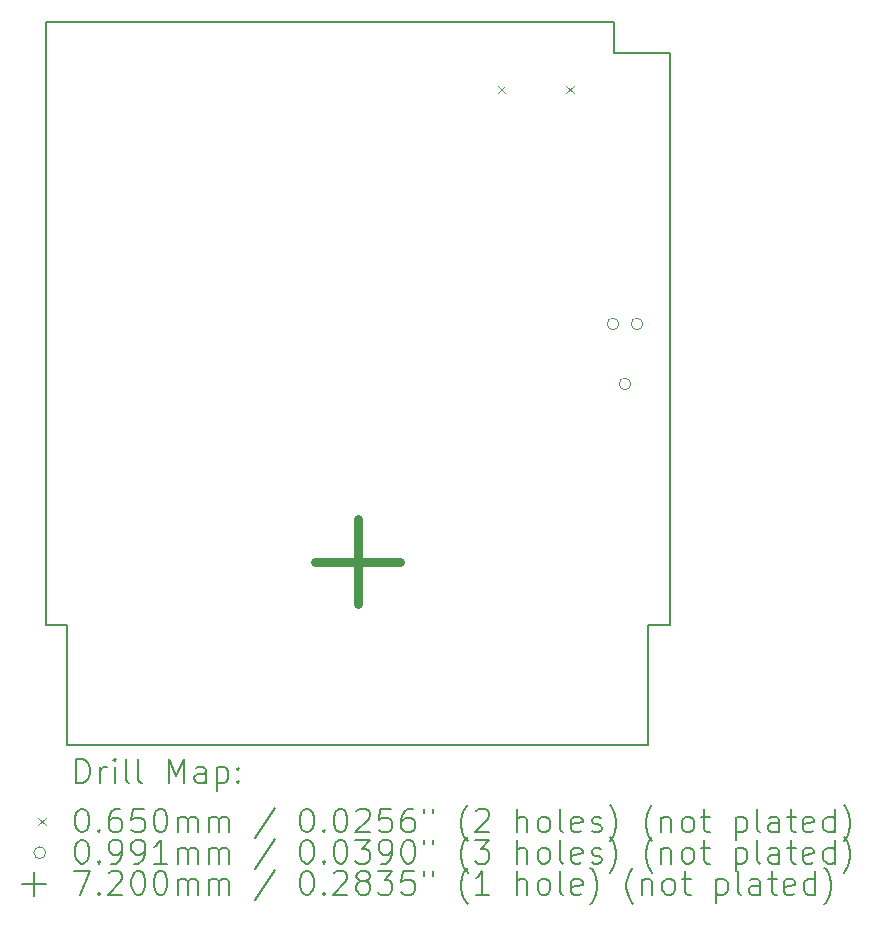
<source format=gbr>
%TF.GenerationSoftware,KiCad,Pcbnew,9.0.3*%
%TF.CreationDate,2025-07-16T19:29:39+02:00*%
%TF.ProjectId,GameboyCartridgeV2.1,47616d65-626f-4794-9361-727472696467,rev?*%
%TF.SameCoordinates,Original*%
%TF.FileFunction,Drillmap*%
%TF.FilePolarity,Positive*%
%FSLAX45Y45*%
G04 Gerber Fmt 4.5, Leading zero omitted, Abs format (unit mm)*
G04 Created by KiCad (PCBNEW 9.0.3) date 2025-07-16 19:29:39*
%MOMM*%
%LPD*%
G01*
G04 APERTURE LIST*
%ADD10C,0.150000*%
%ADD11C,0.200000*%
%ADD12C,0.100000*%
%ADD13C,0.720000*%
G04 APERTURE END LIST*
D10*
X11338304Y-11341628D02*
X11338304Y-6242596D01*
X16435304Y-12361628D02*
X16435304Y-11341628D01*
X11515304Y-12361628D02*
X16435304Y-12361628D01*
X11338304Y-6242596D02*
X16145304Y-6242596D01*
X16618304Y-6502596D02*
X16145304Y-6502596D01*
X16435304Y-11341628D02*
X16618304Y-11341628D01*
X16618304Y-11341628D02*
X16618304Y-6502596D01*
X16145304Y-6242596D02*
X16145304Y-6502596D01*
X11515304Y-11341628D02*
X11338304Y-11341628D01*
X11515304Y-12361628D02*
X11515304Y-11341628D01*
D11*
D12*
X15158500Y-6779000D02*
X15223500Y-6844000D01*
X15223500Y-6779000D02*
X15158500Y-6844000D01*
X15736500Y-6779000D02*
X15801500Y-6844000D01*
X15801500Y-6779000D02*
X15736500Y-6844000D01*
X16184430Y-8796000D02*
G75*
G02*
X16085370Y-8796000I-49530J0D01*
G01*
X16085370Y-8796000D02*
G75*
G02*
X16184430Y-8796000I49530J0D01*
G01*
X16286030Y-9304000D02*
G75*
G02*
X16186970Y-9304000I-49530J0D01*
G01*
X16186970Y-9304000D02*
G75*
G02*
X16286030Y-9304000I49530J0D01*
G01*
X16387630Y-8796000D02*
G75*
G02*
X16288570Y-8796000I-49530J0D01*
G01*
X16288570Y-8796000D02*
G75*
G02*
X16387630Y-8796000I49530J0D01*
G01*
D13*
X13975304Y-10447596D02*
X13975304Y-11167596D01*
X13615304Y-10807596D02*
X14335304Y-10807596D01*
D11*
X11591581Y-12680612D02*
X11591581Y-12480612D01*
X11591581Y-12480612D02*
X11639200Y-12480612D01*
X11639200Y-12480612D02*
X11667771Y-12490136D01*
X11667771Y-12490136D02*
X11686819Y-12509184D01*
X11686819Y-12509184D02*
X11696342Y-12528231D01*
X11696342Y-12528231D02*
X11705866Y-12566326D01*
X11705866Y-12566326D02*
X11705866Y-12594898D01*
X11705866Y-12594898D02*
X11696342Y-12632993D01*
X11696342Y-12632993D02*
X11686819Y-12652041D01*
X11686819Y-12652041D02*
X11667771Y-12671088D01*
X11667771Y-12671088D02*
X11639200Y-12680612D01*
X11639200Y-12680612D02*
X11591581Y-12680612D01*
X11791581Y-12680612D02*
X11791581Y-12547279D01*
X11791581Y-12585374D02*
X11801104Y-12566326D01*
X11801104Y-12566326D02*
X11810628Y-12556803D01*
X11810628Y-12556803D02*
X11829676Y-12547279D01*
X11829676Y-12547279D02*
X11848723Y-12547279D01*
X11915390Y-12680612D02*
X11915390Y-12547279D01*
X11915390Y-12480612D02*
X11905866Y-12490136D01*
X11905866Y-12490136D02*
X11915390Y-12499660D01*
X11915390Y-12499660D02*
X11924914Y-12490136D01*
X11924914Y-12490136D02*
X11915390Y-12480612D01*
X11915390Y-12480612D02*
X11915390Y-12499660D01*
X12039200Y-12680612D02*
X12020152Y-12671088D01*
X12020152Y-12671088D02*
X12010628Y-12652041D01*
X12010628Y-12652041D02*
X12010628Y-12480612D01*
X12143961Y-12680612D02*
X12124914Y-12671088D01*
X12124914Y-12671088D02*
X12115390Y-12652041D01*
X12115390Y-12652041D02*
X12115390Y-12480612D01*
X12372533Y-12680612D02*
X12372533Y-12480612D01*
X12372533Y-12480612D02*
X12439200Y-12623469D01*
X12439200Y-12623469D02*
X12505866Y-12480612D01*
X12505866Y-12480612D02*
X12505866Y-12680612D01*
X12686819Y-12680612D02*
X12686819Y-12575850D01*
X12686819Y-12575850D02*
X12677295Y-12556803D01*
X12677295Y-12556803D02*
X12658247Y-12547279D01*
X12658247Y-12547279D02*
X12620152Y-12547279D01*
X12620152Y-12547279D02*
X12601104Y-12556803D01*
X12686819Y-12671088D02*
X12667771Y-12680612D01*
X12667771Y-12680612D02*
X12620152Y-12680612D01*
X12620152Y-12680612D02*
X12601104Y-12671088D01*
X12601104Y-12671088D02*
X12591581Y-12652041D01*
X12591581Y-12652041D02*
X12591581Y-12632993D01*
X12591581Y-12632993D02*
X12601104Y-12613946D01*
X12601104Y-12613946D02*
X12620152Y-12604422D01*
X12620152Y-12604422D02*
X12667771Y-12604422D01*
X12667771Y-12604422D02*
X12686819Y-12594898D01*
X12782057Y-12547279D02*
X12782057Y-12747279D01*
X12782057Y-12556803D02*
X12801104Y-12547279D01*
X12801104Y-12547279D02*
X12839200Y-12547279D01*
X12839200Y-12547279D02*
X12858247Y-12556803D01*
X12858247Y-12556803D02*
X12867771Y-12566326D01*
X12867771Y-12566326D02*
X12877295Y-12585374D01*
X12877295Y-12585374D02*
X12877295Y-12642517D01*
X12877295Y-12642517D02*
X12867771Y-12661565D01*
X12867771Y-12661565D02*
X12858247Y-12671088D01*
X12858247Y-12671088D02*
X12839200Y-12680612D01*
X12839200Y-12680612D02*
X12801104Y-12680612D01*
X12801104Y-12680612D02*
X12782057Y-12671088D01*
X12963009Y-12661565D02*
X12972533Y-12671088D01*
X12972533Y-12671088D02*
X12963009Y-12680612D01*
X12963009Y-12680612D02*
X12953485Y-12671088D01*
X12953485Y-12671088D02*
X12963009Y-12661565D01*
X12963009Y-12661565D02*
X12963009Y-12680612D01*
X12963009Y-12556803D02*
X12972533Y-12566326D01*
X12972533Y-12566326D02*
X12963009Y-12575850D01*
X12963009Y-12575850D02*
X12953485Y-12566326D01*
X12953485Y-12566326D02*
X12963009Y-12556803D01*
X12963009Y-12556803D02*
X12963009Y-12575850D01*
D12*
X11265804Y-12976628D02*
X11330804Y-13041628D01*
X11330804Y-12976628D02*
X11265804Y-13041628D01*
D11*
X11629676Y-12900612D02*
X11648723Y-12900612D01*
X11648723Y-12900612D02*
X11667771Y-12910136D01*
X11667771Y-12910136D02*
X11677295Y-12919660D01*
X11677295Y-12919660D02*
X11686819Y-12938707D01*
X11686819Y-12938707D02*
X11696342Y-12976803D01*
X11696342Y-12976803D02*
X11696342Y-13024422D01*
X11696342Y-13024422D02*
X11686819Y-13062517D01*
X11686819Y-13062517D02*
X11677295Y-13081565D01*
X11677295Y-13081565D02*
X11667771Y-13091088D01*
X11667771Y-13091088D02*
X11648723Y-13100612D01*
X11648723Y-13100612D02*
X11629676Y-13100612D01*
X11629676Y-13100612D02*
X11610628Y-13091088D01*
X11610628Y-13091088D02*
X11601104Y-13081565D01*
X11601104Y-13081565D02*
X11591581Y-13062517D01*
X11591581Y-13062517D02*
X11582057Y-13024422D01*
X11582057Y-13024422D02*
X11582057Y-12976803D01*
X11582057Y-12976803D02*
X11591581Y-12938707D01*
X11591581Y-12938707D02*
X11601104Y-12919660D01*
X11601104Y-12919660D02*
X11610628Y-12910136D01*
X11610628Y-12910136D02*
X11629676Y-12900612D01*
X11782057Y-13081565D02*
X11791581Y-13091088D01*
X11791581Y-13091088D02*
X11782057Y-13100612D01*
X11782057Y-13100612D02*
X11772533Y-13091088D01*
X11772533Y-13091088D02*
X11782057Y-13081565D01*
X11782057Y-13081565D02*
X11782057Y-13100612D01*
X11963009Y-12900612D02*
X11924914Y-12900612D01*
X11924914Y-12900612D02*
X11905866Y-12910136D01*
X11905866Y-12910136D02*
X11896342Y-12919660D01*
X11896342Y-12919660D02*
X11877295Y-12948231D01*
X11877295Y-12948231D02*
X11867771Y-12986326D01*
X11867771Y-12986326D02*
X11867771Y-13062517D01*
X11867771Y-13062517D02*
X11877295Y-13081565D01*
X11877295Y-13081565D02*
X11886819Y-13091088D01*
X11886819Y-13091088D02*
X11905866Y-13100612D01*
X11905866Y-13100612D02*
X11943962Y-13100612D01*
X11943962Y-13100612D02*
X11963009Y-13091088D01*
X11963009Y-13091088D02*
X11972533Y-13081565D01*
X11972533Y-13081565D02*
X11982057Y-13062517D01*
X11982057Y-13062517D02*
X11982057Y-13014898D01*
X11982057Y-13014898D02*
X11972533Y-12995850D01*
X11972533Y-12995850D02*
X11963009Y-12986326D01*
X11963009Y-12986326D02*
X11943962Y-12976803D01*
X11943962Y-12976803D02*
X11905866Y-12976803D01*
X11905866Y-12976803D02*
X11886819Y-12986326D01*
X11886819Y-12986326D02*
X11877295Y-12995850D01*
X11877295Y-12995850D02*
X11867771Y-13014898D01*
X12163009Y-12900612D02*
X12067771Y-12900612D01*
X12067771Y-12900612D02*
X12058247Y-12995850D01*
X12058247Y-12995850D02*
X12067771Y-12986326D01*
X12067771Y-12986326D02*
X12086819Y-12976803D01*
X12086819Y-12976803D02*
X12134438Y-12976803D01*
X12134438Y-12976803D02*
X12153485Y-12986326D01*
X12153485Y-12986326D02*
X12163009Y-12995850D01*
X12163009Y-12995850D02*
X12172533Y-13014898D01*
X12172533Y-13014898D02*
X12172533Y-13062517D01*
X12172533Y-13062517D02*
X12163009Y-13081565D01*
X12163009Y-13081565D02*
X12153485Y-13091088D01*
X12153485Y-13091088D02*
X12134438Y-13100612D01*
X12134438Y-13100612D02*
X12086819Y-13100612D01*
X12086819Y-13100612D02*
X12067771Y-13091088D01*
X12067771Y-13091088D02*
X12058247Y-13081565D01*
X12296342Y-12900612D02*
X12315390Y-12900612D01*
X12315390Y-12900612D02*
X12334438Y-12910136D01*
X12334438Y-12910136D02*
X12343962Y-12919660D01*
X12343962Y-12919660D02*
X12353485Y-12938707D01*
X12353485Y-12938707D02*
X12363009Y-12976803D01*
X12363009Y-12976803D02*
X12363009Y-13024422D01*
X12363009Y-13024422D02*
X12353485Y-13062517D01*
X12353485Y-13062517D02*
X12343962Y-13081565D01*
X12343962Y-13081565D02*
X12334438Y-13091088D01*
X12334438Y-13091088D02*
X12315390Y-13100612D01*
X12315390Y-13100612D02*
X12296342Y-13100612D01*
X12296342Y-13100612D02*
X12277295Y-13091088D01*
X12277295Y-13091088D02*
X12267771Y-13081565D01*
X12267771Y-13081565D02*
X12258247Y-13062517D01*
X12258247Y-13062517D02*
X12248723Y-13024422D01*
X12248723Y-13024422D02*
X12248723Y-12976803D01*
X12248723Y-12976803D02*
X12258247Y-12938707D01*
X12258247Y-12938707D02*
X12267771Y-12919660D01*
X12267771Y-12919660D02*
X12277295Y-12910136D01*
X12277295Y-12910136D02*
X12296342Y-12900612D01*
X12448723Y-13100612D02*
X12448723Y-12967279D01*
X12448723Y-12986326D02*
X12458247Y-12976803D01*
X12458247Y-12976803D02*
X12477295Y-12967279D01*
X12477295Y-12967279D02*
X12505866Y-12967279D01*
X12505866Y-12967279D02*
X12524914Y-12976803D01*
X12524914Y-12976803D02*
X12534438Y-12995850D01*
X12534438Y-12995850D02*
X12534438Y-13100612D01*
X12534438Y-12995850D02*
X12543962Y-12976803D01*
X12543962Y-12976803D02*
X12563009Y-12967279D01*
X12563009Y-12967279D02*
X12591581Y-12967279D01*
X12591581Y-12967279D02*
X12610628Y-12976803D01*
X12610628Y-12976803D02*
X12620152Y-12995850D01*
X12620152Y-12995850D02*
X12620152Y-13100612D01*
X12715390Y-13100612D02*
X12715390Y-12967279D01*
X12715390Y-12986326D02*
X12724914Y-12976803D01*
X12724914Y-12976803D02*
X12743962Y-12967279D01*
X12743962Y-12967279D02*
X12772533Y-12967279D01*
X12772533Y-12967279D02*
X12791581Y-12976803D01*
X12791581Y-12976803D02*
X12801104Y-12995850D01*
X12801104Y-12995850D02*
X12801104Y-13100612D01*
X12801104Y-12995850D02*
X12810628Y-12976803D01*
X12810628Y-12976803D02*
X12829676Y-12967279D01*
X12829676Y-12967279D02*
X12858247Y-12967279D01*
X12858247Y-12967279D02*
X12877295Y-12976803D01*
X12877295Y-12976803D02*
X12886819Y-12995850D01*
X12886819Y-12995850D02*
X12886819Y-13100612D01*
X13277295Y-12891088D02*
X13105866Y-13148231D01*
X13534438Y-12900612D02*
X13553486Y-12900612D01*
X13553486Y-12900612D02*
X13572533Y-12910136D01*
X13572533Y-12910136D02*
X13582057Y-12919660D01*
X13582057Y-12919660D02*
X13591581Y-12938707D01*
X13591581Y-12938707D02*
X13601105Y-12976803D01*
X13601105Y-12976803D02*
X13601105Y-13024422D01*
X13601105Y-13024422D02*
X13591581Y-13062517D01*
X13591581Y-13062517D02*
X13582057Y-13081565D01*
X13582057Y-13081565D02*
X13572533Y-13091088D01*
X13572533Y-13091088D02*
X13553486Y-13100612D01*
X13553486Y-13100612D02*
X13534438Y-13100612D01*
X13534438Y-13100612D02*
X13515390Y-13091088D01*
X13515390Y-13091088D02*
X13505866Y-13081565D01*
X13505866Y-13081565D02*
X13496343Y-13062517D01*
X13496343Y-13062517D02*
X13486819Y-13024422D01*
X13486819Y-13024422D02*
X13486819Y-12976803D01*
X13486819Y-12976803D02*
X13496343Y-12938707D01*
X13496343Y-12938707D02*
X13505866Y-12919660D01*
X13505866Y-12919660D02*
X13515390Y-12910136D01*
X13515390Y-12910136D02*
X13534438Y-12900612D01*
X13686819Y-13081565D02*
X13696343Y-13091088D01*
X13696343Y-13091088D02*
X13686819Y-13100612D01*
X13686819Y-13100612D02*
X13677295Y-13091088D01*
X13677295Y-13091088D02*
X13686819Y-13081565D01*
X13686819Y-13081565D02*
X13686819Y-13100612D01*
X13820152Y-12900612D02*
X13839200Y-12900612D01*
X13839200Y-12900612D02*
X13858247Y-12910136D01*
X13858247Y-12910136D02*
X13867771Y-12919660D01*
X13867771Y-12919660D02*
X13877295Y-12938707D01*
X13877295Y-12938707D02*
X13886819Y-12976803D01*
X13886819Y-12976803D02*
X13886819Y-13024422D01*
X13886819Y-13024422D02*
X13877295Y-13062517D01*
X13877295Y-13062517D02*
X13867771Y-13081565D01*
X13867771Y-13081565D02*
X13858247Y-13091088D01*
X13858247Y-13091088D02*
X13839200Y-13100612D01*
X13839200Y-13100612D02*
X13820152Y-13100612D01*
X13820152Y-13100612D02*
X13801105Y-13091088D01*
X13801105Y-13091088D02*
X13791581Y-13081565D01*
X13791581Y-13081565D02*
X13782057Y-13062517D01*
X13782057Y-13062517D02*
X13772533Y-13024422D01*
X13772533Y-13024422D02*
X13772533Y-12976803D01*
X13772533Y-12976803D02*
X13782057Y-12938707D01*
X13782057Y-12938707D02*
X13791581Y-12919660D01*
X13791581Y-12919660D02*
X13801105Y-12910136D01*
X13801105Y-12910136D02*
X13820152Y-12900612D01*
X13963009Y-12919660D02*
X13972533Y-12910136D01*
X13972533Y-12910136D02*
X13991581Y-12900612D01*
X13991581Y-12900612D02*
X14039200Y-12900612D01*
X14039200Y-12900612D02*
X14058247Y-12910136D01*
X14058247Y-12910136D02*
X14067771Y-12919660D01*
X14067771Y-12919660D02*
X14077295Y-12938707D01*
X14077295Y-12938707D02*
X14077295Y-12957755D01*
X14077295Y-12957755D02*
X14067771Y-12986326D01*
X14067771Y-12986326D02*
X13953486Y-13100612D01*
X13953486Y-13100612D02*
X14077295Y-13100612D01*
X14258247Y-12900612D02*
X14163009Y-12900612D01*
X14163009Y-12900612D02*
X14153486Y-12995850D01*
X14153486Y-12995850D02*
X14163009Y-12986326D01*
X14163009Y-12986326D02*
X14182057Y-12976803D01*
X14182057Y-12976803D02*
X14229676Y-12976803D01*
X14229676Y-12976803D02*
X14248724Y-12986326D01*
X14248724Y-12986326D02*
X14258247Y-12995850D01*
X14258247Y-12995850D02*
X14267771Y-13014898D01*
X14267771Y-13014898D02*
X14267771Y-13062517D01*
X14267771Y-13062517D02*
X14258247Y-13081565D01*
X14258247Y-13081565D02*
X14248724Y-13091088D01*
X14248724Y-13091088D02*
X14229676Y-13100612D01*
X14229676Y-13100612D02*
X14182057Y-13100612D01*
X14182057Y-13100612D02*
X14163009Y-13091088D01*
X14163009Y-13091088D02*
X14153486Y-13081565D01*
X14439200Y-12900612D02*
X14401105Y-12900612D01*
X14401105Y-12900612D02*
X14382057Y-12910136D01*
X14382057Y-12910136D02*
X14372533Y-12919660D01*
X14372533Y-12919660D02*
X14353486Y-12948231D01*
X14353486Y-12948231D02*
X14343962Y-12986326D01*
X14343962Y-12986326D02*
X14343962Y-13062517D01*
X14343962Y-13062517D02*
X14353486Y-13081565D01*
X14353486Y-13081565D02*
X14363009Y-13091088D01*
X14363009Y-13091088D02*
X14382057Y-13100612D01*
X14382057Y-13100612D02*
X14420152Y-13100612D01*
X14420152Y-13100612D02*
X14439200Y-13091088D01*
X14439200Y-13091088D02*
X14448724Y-13081565D01*
X14448724Y-13081565D02*
X14458247Y-13062517D01*
X14458247Y-13062517D02*
X14458247Y-13014898D01*
X14458247Y-13014898D02*
X14448724Y-12995850D01*
X14448724Y-12995850D02*
X14439200Y-12986326D01*
X14439200Y-12986326D02*
X14420152Y-12976803D01*
X14420152Y-12976803D02*
X14382057Y-12976803D01*
X14382057Y-12976803D02*
X14363009Y-12986326D01*
X14363009Y-12986326D02*
X14353486Y-12995850D01*
X14353486Y-12995850D02*
X14343962Y-13014898D01*
X14534438Y-12900612D02*
X14534438Y-12938707D01*
X14610628Y-12900612D02*
X14610628Y-12938707D01*
X14905867Y-13176803D02*
X14896343Y-13167279D01*
X14896343Y-13167279D02*
X14877295Y-13138707D01*
X14877295Y-13138707D02*
X14867771Y-13119660D01*
X14867771Y-13119660D02*
X14858248Y-13091088D01*
X14858248Y-13091088D02*
X14848724Y-13043469D01*
X14848724Y-13043469D02*
X14848724Y-13005374D01*
X14848724Y-13005374D02*
X14858248Y-12957755D01*
X14858248Y-12957755D02*
X14867771Y-12929184D01*
X14867771Y-12929184D02*
X14877295Y-12910136D01*
X14877295Y-12910136D02*
X14896343Y-12881565D01*
X14896343Y-12881565D02*
X14905867Y-12872041D01*
X14972533Y-12919660D02*
X14982057Y-12910136D01*
X14982057Y-12910136D02*
X15001105Y-12900612D01*
X15001105Y-12900612D02*
X15048724Y-12900612D01*
X15048724Y-12900612D02*
X15067771Y-12910136D01*
X15067771Y-12910136D02*
X15077295Y-12919660D01*
X15077295Y-12919660D02*
X15086819Y-12938707D01*
X15086819Y-12938707D02*
X15086819Y-12957755D01*
X15086819Y-12957755D02*
X15077295Y-12986326D01*
X15077295Y-12986326D02*
X14963009Y-13100612D01*
X14963009Y-13100612D02*
X15086819Y-13100612D01*
X15324914Y-13100612D02*
X15324914Y-12900612D01*
X15410629Y-13100612D02*
X15410629Y-12995850D01*
X15410629Y-12995850D02*
X15401105Y-12976803D01*
X15401105Y-12976803D02*
X15382057Y-12967279D01*
X15382057Y-12967279D02*
X15353486Y-12967279D01*
X15353486Y-12967279D02*
X15334438Y-12976803D01*
X15334438Y-12976803D02*
X15324914Y-12986326D01*
X15534438Y-13100612D02*
X15515390Y-13091088D01*
X15515390Y-13091088D02*
X15505867Y-13081565D01*
X15505867Y-13081565D02*
X15496343Y-13062517D01*
X15496343Y-13062517D02*
X15496343Y-13005374D01*
X15496343Y-13005374D02*
X15505867Y-12986326D01*
X15505867Y-12986326D02*
X15515390Y-12976803D01*
X15515390Y-12976803D02*
X15534438Y-12967279D01*
X15534438Y-12967279D02*
X15563010Y-12967279D01*
X15563010Y-12967279D02*
X15582057Y-12976803D01*
X15582057Y-12976803D02*
X15591581Y-12986326D01*
X15591581Y-12986326D02*
X15601105Y-13005374D01*
X15601105Y-13005374D02*
X15601105Y-13062517D01*
X15601105Y-13062517D02*
X15591581Y-13081565D01*
X15591581Y-13081565D02*
X15582057Y-13091088D01*
X15582057Y-13091088D02*
X15563010Y-13100612D01*
X15563010Y-13100612D02*
X15534438Y-13100612D01*
X15715390Y-13100612D02*
X15696343Y-13091088D01*
X15696343Y-13091088D02*
X15686819Y-13072041D01*
X15686819Y-13072041D02*
X15686819Y-12900612D01*
X15867771Y-13091088D02*
X15848724Y-13100612D01*
X15848724Y-13100612D02*
X15810629Y-13100612D01*
X15810629Y-13100612D02*
X15791581Y-13091088D01*
X15791581Y-13091088D02*
X15782057Y-13072041D01*
X15782057Y-13072041D02*
X15782057Y-12995850D01*
X15782057Y-12995850D02*
X15791581Y-12976803D01*
X15791581Y-12976803D02*
X15810629Y-12967279D01*
X15810629Y-12967279D02*
X15848724Y-12967279D01*
X15848724Y-12967279D02*
X15867771Y-12976803D01*
X15867771Y-12976803D02*
X15877295Y-12995850D01*
X15877295Y-12995850D02*
X15877295Y-13014898D01*
X15877295Y-13014898D02*
X15782057Y-13033946D01*
X15953486Y-13091088D02*
X15972533Y-13100612D01*
X15972533Y-13100612D02*
X16010629Y-13100612D01*
X16010629Y-13100612D02*
X16029676Y-13091088D01*
X16029676Y-13091088D02*
X16039200Y-13072041D01*
X16039200Y-13072041D02*
X16039200Y-13062517D01*
X16039200Y-13062517D02*
X16029676Y-13043469D01*
X16029676Y-13043469D02*
X16010629Y-13033946D01*
X16010629Y-13033946D02*
X15982057Y-13033946D01*
X15982057Y-13033946D02*
X15963010Y-13024422D01*
X15963010Y-13024422D02*
X15953486Y-13005374D01*
X15953486Y-13005374D02*
X15953486Y-12995850D01*
X15953486Y-12995850D02*
X15963010Y-12976803D01*
X15963010Y-12976803D02*
X15982057Y-12967279D01*
X15982057Y-12967279D02*
X16010629Y-12967279D01*
X16010629Y-12967279D02*
X16029676Y-12976803D01*
X16105867Y-13176803D02*
X16115391Y-13167279D01*
X16115391Y-13167279D02*
X16134438Y-13138707D01*
X16134438Y-13138707D02*
X16143962Y-13119660D01*
X16143962Y-13119660D02*
X16153486Y-13091088D01*
X16153486Y-13091088D02*
X16163010Y-13043469D01*
X16163010Y-13043469D02*
X16163010Y-13005374D01*
X16163010Y-13005374D02*
X16153486Y-12957755D01*
X16153486Y-12957755D02*
X16143962Y-12929184D01*
X16143962Y-12929184D02*
X16134438Y-12910136D01*
X16134438Y-12910136D02*
X16115391Y-12881565D01*
X16115391Y-12881565D02*
X16105867Y-12872041D01*
X16467772Y-13176803D02*
X16458248Y-13167279D01*
X16458248Y-13167279D02*
X16439200Y-13138707D01*
X16439200Y-13138707D02*
X16429676Y-13119660D01*
X16429676Y-13119660D02*
X16420152Y-13091088D01*
X16420152Y-13091088D02*
X16410629Y-13043469D01*
X16410629Y-13043469D02*
X16410629Y-13005374D01*
X16410629Y-13005374D02*
X16420152Y-12957755D01*
X16420152Y-12957755D02*
X16429676Y-12929184D01*
X16429676Y-12929184D02*
X16439200Y-12910136D01*
X16439200Y-12910136D02*
X16458248Y-12881565D01*
X16458248Y-12881565D02*
X16467772Y-12872041D01*
X16543962Y-12967279D02*
X16543962Y-13100612D01*
X16543962Y-12986326D02*
X16553486Y-12976803D01*
X16553486Y-12976803D02*
X16572533Y-12967279D01*
X16572533Y-12967279D02*
X16601105Y-12967279D01*
X16601105Y-12967279D02*
X16620152Y-12976803D01*
X16620152Y-12976803D02*
X16629676Y-12995850D01*
X16629676Y-12995850D02*
X16629676Y-13100612D01*
X16753486Y-13100612D02*
X16734438Y-13091088D01*
X16734438Y-13091088D02*
X16724914Y-13081565D01*
X16724914Y-13081565D02*
X16715391Y-13062517D01*
X16715391Y-13062517D02*
X16715391Y-13005374D01*
X16715391Y-13005374D02*
X16724914Y-12986326D01*
X16724914Y-12986326D02*
X16734438Y-12976803D01*
X16734438Y-12976803D02*
X16753486Y-12967279D01*
X16753486Y-12967279D02*
X16782057Y-12967279D01*
X16782057Y-12967279D02*
X16801105Y-12976803D01*
X16801105Y-12976803D02*
X16810629Y-12986326D01*
X16810629Y-12986326D02*
X16820153Y-13005374D01*
X16820153Y-13005374D02*
X16820153Y-13062517D01*
X16820153Y-13062517D02*
X16810629Y-13081565D01*
X16810629Y-13081565D02*
X16801105Y-13091088D01*
X16801105Y-13091088D02*
X16782057Y-13100612D01*
X16782057Y-13100612D02*
X16753486Y-13100612D01*
X16877295Y-12967279D02*
X16953486Y-12967279D01*
X16905867Y-12900612D02*
X16905867Y-13072041D01*
X16905867Y-13072041D02*
X16915391Y-13091088D01*
X16915391Y-13091088D02*
X16934438Y-13100612D01*
X16934438Y-13100612D02*
X16953486Y-13100612D01*
X17172534Y-12967279D02*
X17172534Y-13167279D01*
X17172534Y-12976803D02*
X17191581Y-12967279D01*
X17191581Y-12967279D02*
X17229676Y-12967279D01*
X17229676Y-12967279D02*
X17248724Y-12976803D01*
X17248724Y-12976803D02*
X17258248Y-12986326D01*
X17258248Y-12986326D02*
X17267772Y-13005374D01*
X17267772Y-13005374D02*
X17267772Y-13062517D01*
X17267772Y-13062517D02*
X17258248Y-13081565D01*
X17258248Y-13081565D02*
X17248724Y-13091088D01*
X17248724Y-13091088D02*
X17229676Y-13100612D01*
X17229676Y-13100612D02*
X17191581Y-13100612D01*
X17191581Y-13100612D02*
X17172534Y-13091088D01*
X17382057Y-13100612D02*
X17363010Y-13091088D01*
X17363010Y-13091088D02*
X17353486Y-13072041D01*
X17353486Y-13072041D02*
X17353486Y-12900612D01*
X17543962Y-13100612D02*
X17543962Y-12995850D01*
X17543962Y-12995850D02*
X17534438Y-12976803D01*
X17534438Y-12976803D02*
X17515391Y-12967279D01*
X17515391Y-12967279D02*
X17477295Y-12967279D01*
X17477295Y-12967279D02*
X17458248Y-12976803D01*
X17543962Y-13091088D02*
X17524915Y-13100612D01*
X17524915Y-13100612D02*
X17477295Y-13100612D01*
X17477295Y-13100612D02*
X17458248Y-13091088D01*
X17458248Y-13091088D02*
X17448724Y-13072041D01*
X17448724Y-13072041D02*
X17448724Y-13052993D01*
X17448724Y-13052993D02*
X17458248Y-13033946D01*
X17458248Y-13033946D02*
X17477295Y-13024422D01*
X17477295Y-13024422D02*
X17524915Y-13024422D01*
X17524915Y-13024422D02*
X17543962Y-13014898D01*
X17610629Y-12967279D02*
X17686819Y-12967279D01*
X17639200Y-12900612D02*
X17639200Y-13072041D01*
X17639200Y-13072041D02*
X17648724Y-13091088D01*
X17648724Y-13091088D02*
X17667772Y-13100612D01*
X17667772Y-13100612D02*
X17686819Y-13100612D01*
X17829676Y-13091088D02*
X17810629Y-13100612D01*
X17810629Y-13100612D02*
X17772534Y-13100612D01*
X17772534Y-13100612D02*
X17753486Y-13091088D01*
X17753486Y-13091088D02*
X17743962Y-13072041D01*
X17743962Y-13072041D02*
X17743962Y-12995850D01*
X17743962Y-12995850D02*
X17753486Y-12976803D01*
X17753486Y-12976803D02*
X17772534Y-12967279D01*
X17772534Y-12967279D02*
X17810629Y-12967279D01*
X17810629Y-12967279D02*
X17829676Y-12976803D01*
X17829676Y-12976803D02*
X17839200Y-12995850D01*
X17839200Y-12995850D02*
X17839200Y-13014898D01*
X17839200Y-13014898D02*
X17743962Y-13033946D01*
X18010629Y-13100612D02*
X18010629Y-12900612D01*
X18010629Y-13091088D02*
X17991581Y-13100612D01*
X17991581Y-13100612D02*
X17953486Y-13100612D01*
X17953486Y-13100612D02*
X17934438Y-13091088D01*
X17934438Y-13091088D02*
X17924915Y-13081565D01*
X17924915Y-13081565D02*
X17915391Y-13062517D01*
X17915391Y-13062517D02*
X17915391Y-13005374D01*
X17915391Y-13005374D02*
X17924915Y-12986326D01*
X17924915Y-12986326D02*
X17934438Y-12976803D01*
X17934438Y-12976803D02*
X17953486Y-12967279D01*
X17953486Y-12967279D02*
X17991581Y-12967279D01*
X17991581Y-12967279D02*
X18010629Y-12976803D01*
X18086819Y-13176803D02*
X18096343Y-13167279D01*
X18096343Y-13167279D02*
X18115391Y-13138707D01*
X18115391Y-13138707D02*
X18124915Y-13119660D01*
X18124915Y-13119660D02*
X18134438Y-13091088D01*
X18134438Y-13091088D02*
X18143962Y-13043469D01*
X18143962Y-13043469D02*
X18143962Y-13005374D01*
X18143962Y-13005374D02*
X18134438Y-12957755D01*
X18134438Y-12957755D02*
X18124915Y-12929184D01*
X18124915Y-12929184D02*
X18115391Y-12910136D01*
X18115391Y-12910136D02*
X18096343Y-12881565D01*
X18096343Y-12881565D02*
X18086819Y-12872041D01*
D12*
X11330804Y-13273128D02*
G75*
G02*
X11231744Y-13273128I-49530J0D01*
G01*
X11231744Y-13273128D02*
G75*
G02*
X11330804Y-13273128I49530J0D01*
G01*
D11*
X11629676Y-13164612D02*
X11648723Y-13164612D01*
X11648723Y-13164612D02*
X11667771Y-13174136D01*
X11667771Y-13174136D02*
X11677295Y-13183660D01*
X11677295Y-13183660D02*
X11686819Y-13202707D01*
X11686819Y-13202707D02*
X11696342Y-13240803D01*
X11696342Y-13240803D02*
X11696342Y-13288422D01*
X11696342Y-13288422D02*
X11686819Y-13326517D01*
X11686819Y-13326517D02*
X11677295Y-13345565D01*
X11677295Y-13345565D02*
X11667771Y-13355088D01*
X11667771Y-13355088D02*
X11648723Y-13364612D01*
X11648723Y-13364612D02*
X11629676Y-13364612D01*
X11629676Y-13364612D02*
X11610628Y-13355088D01*
X11610628Y-13355088D02*
X11601104Y-13345565D01*
X11601104Y-13345565D02*
X11591581Y-13326517D01*
X11591581Y-13326517D02*
X11582057Y-13288422D01*
X11582057Y-13288422D02*
X11582057Y-13240803D01*
X11582057Y-13240803D02*
X11591581Y-13202707D01*
X11591581Y-13202707D02*
X11601104Y-13183660D01*
X11601104Y-13183660D02*
X11610628Y-13174136D01*
X11610628Y-13174136D02*
X11629676Y-13164612D01*
X11782057Y-13345565D02*
X11791581Y-13355088D01*
X11791581Y-13355088D02*
X11782057Y-13364612D01*
X11782057Y-13364612D02*
X11772533Y-13355088D01*
X11772533Y-13355088D02*
X11782057Y-13345565D01*
X11782057Y-13345565D02*
X11782057Y-13364612D01*
X11886819Y-13364612D02*
X11924914Y-13364612D01*
X11924914Y-13364612D02*
X11943962Y-13355088D01*
X11943962Y-13355088D02*
X11953485Y-13345565D01*
X11953485Y-13345565D02*
X11972533Y-13316993D01*
X11972533Y-13316993D02*
X11982057Y-13278898D01*
X11982057Y-13278898D02*
X11982057Y-13202707D01*
X11982057Y-13202707D02*
X11972533Y-13183660D01*
X11972533Y-13183660D02*
X11963009Y-13174136D01*
X11963009Y-13174136D02*
X11943962Y-13164612D01*
X11943962Y-13164612D02*
X11905866Y-13164612D01*
X11905866Y-13164612D02*
X11886819Y-13174136D01*
X11886819Y-13174136D02*
X11877295Y-13183660D01*
X11877295Y-13183660D02*
X11867771Y-13202707D01*
X11867771Y-13202707D02*
X11867771Y-13250326D01*
X11867771Y-13250326D02*
X11877295Y-13269374D01*
X11877295Y-13269374D02*
X11886819Y-13278898D01*
X11886819Y-13278898D02*
X11905866Y-13288422D01*
X11905866Y-13288422D02*
X11943962Y-13288422D01*
X11943962Y-13288422D02*
X11963009Y-13278898D01*
X11963009Y-13278898D02*
X11972533Y-13269374D01*
X11972533Y-13269374D02*
X11982057Y-13250326D01*
X12077295Y-13364612D02*
X12115390Y-13364612D01*
X12115390Y-13364612D02*
X12134438Y-13355088D01*
X12134438Y-13355088D02*
X12143962Y-13345565D01*
X12143962Y-13345565D02*
X12163009Y-13316993D01*
X12163009Y-13316993D02*
X12172533Y-13278898D01*
X12172533Y-13278898D02*
X12172533Y-13202707D01*
X12172533Y-13202707D02*
X12163009Y-13183660D01*
X12163009Y-13183660D02*
X12153485Y-13174136D01*
X12153485Y-13174136D02*
X12134438Y-13164612D01*
X12134438Y-13164612D02*
X12096342Y-13164612D01*
X12096342Y-13164612D02*
X12077295Y-13174136D01*
X12077295Y-13174136D02*
X12067771Y-13183660D01*
X12067771Y-13183660D02*
X12058247Y-13202707D01*
X12058247Y-13202707D02*
X12058247Y-13250326D01*
X12058247Y-13250326D02*
X12067771Y-13269374D01*
X12067771Y-13269374D02*
X12077295Y-13278898D01*
X12077295Y-13278898D02*
X12096342Y-13288422D01*
X12096342Y-13288422D02*
X12134438Y-13288422D01*
X12134438Y-13288422D02*
X12153485Y-13278898D01*
X12153485Y-13278898D02*
X12163009Y-13269374D01*
X12163009Y-13269374D02*
X12172533Y-13250326D01*
X12363009Y-13364612D02*
X12248723Y-13364612D01*
X12305866Y-13364612D02*
X12305866Y-13164612D01*
X12305866Y-13164612D02*
X12286819Y-13193184D01*
X12286819Y-13193184D02*
X12267771Y-13212231D01*
X12267771Y-13212231D02*
X12248723Y-13221755D01*
X12448723Y-13364612D02*
X12448723Y-13231279D01*
X12448723Y-13250326D02*
X12458247Y-13240803D01*
X12458247Y-13240803D02*
X12477295Y-13231279D01*
X12477295Y-13231279D02*
X12505866Y-13231279D01*
X12505866Y-13231279D02*
X12524914Y-13240803D01*
X12524914Y-13240803D02*
X12534438Y-13259850D01*
X12534438Y-13259850D02*
X12534438Y-13364612D01*
X12534438Y-13259850D02*
X12543962Y-13240803D01*
X12543962Y-13240803D02*
X12563009Y-13231279D01*
X12563009Y-13231279D02*
X12591581Y-13231279D01*
X12591581Y-13231279D02*
X12610628Y-13240803D01*
X12610628Y-13240803D02*
X12620152Y-13259850D01*
X12620152Y-13259850D02*
X12620152Y-13364612D01*
X12715390Y-13364612D02*
X12715390Y-13231279D01*
X12715390Y-13250326D02*
X12724914Y-13240803D01*
X12724914Y-13240803D02*
X12743962Y-13231279D01*
X12743962Y-13231279D02*
X12772533Y-13231279D01*
X12772533Y-13231279D02*
X12791581Y-13240803D01*
X12791581Y-13240803D02*
X12801104Y-13259850D01*
X12801104Y-13259850D02*
X12801104Y-13364612D01*
X12801104Y-13259850D02*
X12810628Y-13240803D01*
X12810628Y-13240803D02*
X12829676Y-13231279D01*
X12829676Y-13231279D02*
X12858247Y-13231279D01*
X12858247Y-13231279D02*
X12877295Y-13240803D01*
X12877295Y-13240803D02*
X12886819Y-13259850D01*
X12886819Y-13259850D02*
X12886819Y-13364612D01*
X13277295Y-13155088D02*
X13105866Y-13412231D01*
X13534438Y-13164612D02*
X13553486Y-13164612D01*
X13553486Y-13164612D02*
X13572533Y-13174136D01*
X13572533Y-13174136D02*
X13582057Y-13183660D01*
X13582057Y-13183660D02*
X13591581Y-13202707D01*
X13591581Y-13202707D02*
X13601105Y-13240803D01*
X13601105Y-13240803D02*
X13601105Y-13288422D01*
X13601105Y-13288422D02*
X13591581Y-13326517D01*
X13591581Y-13326517D02*
X13582057Y-13345565D01*
X13582057Y-13345565D02*
X13572533Y-13355088D01*
X13572533Y-13355088D02*
X13553486Y-13364612D01*
X13553486Y-13364612D02*
X13534438Y-13364612D01*
X13534438Y-13364612D02*
X13515390Y-13355088D01*
X13515390Y-13355088D02*
X13505866Y-13345565D01*
X13505866Y-13345565D02*
X13496343Y-13326517D01*
X13496343Y-13326517D02*
X13486819Y-13288422D01*
X13486819Y-13288422D02*
X13486819Y-13240803D01*
X13486819Y-13240803D02*
X13496343Y-13202707D01*
X13496343Y-13202707D02*
X13505866Y-13183660D01*
X13505866Y-13183660D02*
X13515390Y-13174136D01*
X13515390Y-13174136D02*
X13534438Y-13164612D01*
X13686819Y-13345565D02*
X13696343Y-13355088D01*
X13696343Y-13355088D02*
X13686819Y-13364612D01*
X13686819Y-13364612D02*
X13677295Y-13355088D01*
X13677295Y-13355088D02*
X13686819Y-13345565D01*
X13686819Y-13345565D02*
X13686819Y-13364612D01*
X13820152Y-13164612D02*
X13839200Y-13164612D01*
X13839200Y-13164612D02*
X13858247Y-13174136D01*
X13858247Y-13174136D02*
X13867771Y-13183660D01*
X13867771Y-13183660D02*
X13877295Y-13202707D01*
X13877295Y-13202707D02*
X13886819Y-13240803D01*
X13886819Y-13240803D02*
X13886819Y-13288422D01*
X13886819Y-13288422D02*
X13877295Y-13326517D01*
X13877295Y-13326517D02*
X13867771Y-13345565D01*
X13867771Y-13345565D02*
X13858247Y-13355088D01*
X13858247Y-13355088D02*
X13839200Y-13364612D01*
X13839200Y-13364612D02*
X13820152Y-13364612D01*
X13820152Y-13364612D02*
X13801105Y-13355088D01*
X13801105Y-13355088D02*
X13791581Y-13345565D01*
X13791581Y-13345565D02*
X13782057Y-13326517D01*
X13782057Y-13326517D02*
X13772533Y-13288422D01*
X13772533Y-13288422D02*
X13772533Y-13240803D01*
X13772533Y-13240803D02*
X13782057Y-13202707D01*
X13782057Y-13202707D02*
X13791581Y-13183660D01*
X13791581Y-13183660D02*
X13801105Y-13174136D01*
X13801105Y-13174136D02*
X13820152Y-13164612D01*
X13953486Y-13164612D02*
X14077295Y-13164612D01*
X14077295Y-13164612D02*
X14010628Y-13240803D01*
X14010628Y-13240803D02*
X14039200Y-13240803D01*
X14039200Y-13240803D02*
X14058247Y-13250326D01*
X14058247Y-13250326D02*
X14067771Y-13259850D01*
X14067771Y-13259850D02*
X14077295Y-13278898D01*
X14077295Y-13278898D02*
X14077295Y-13326517D01*
X14077295Y-13326517D02*
X14067771Y-13345565D01*
X14067771Y-13345565D02*
X14058247Y-13355088D01*
X14058247Y-13355088D02*
X14039200Y-13364612D01*
X14039200Y-13364612D02*
X13982057Y-13364612D01*
X13982057Y-13364612D02*
X13963009Y-13355088D01*
X13963009Y-13355088D02*
X13953486Y-13345565D01*
X14172533Y-13364612D02*
X14210628Y-13364612D01*
X14210628Y-13364612D02*
X14229676Y-13355088D01*
X14229676Y-13355088D02*
X14239200Y-13345565D01*
X14239200Y-13345565D02*
X14258247Y-13316993D01*
X14258247Y-13316993D02*
X14267771Y-13278898D01*
X14267771Y-13278898D02*
X14267771Y-13202707D01*
X14267771Y-13202707D02*
X14258247Y-13183660D01*
X14258247Y-13183660D02*
X14248724Y-13174136D01*
X14248724Y-13174136D02*
X14229676Y-13164612D01*
X14229676Y-13164612D02*
X14191581Y-13164612D01*
X14191581Y-13164612D02*
X14172533Y-13174136D01*
X14172533Y-13174136D02*
X14163009Y-13183660D01*
X14163009Y-13183660D02*
X14153486Y-13202707D01*
X14153486Y-13202707D02*
X14153486Y-13250326D01*
X14153486Y-13250326D02*
X14163009Y-13269374D01*
X14163009Y-13269374D02*
X14172533Y-13278898D01*
X14172533Y-13278898D02*
X14191581Y-13288422D01*
X14191581Y-13288422D02*
X14229676Y-13288422D01*
X14229676Y-13288422D02*
X14248724Y-13278898D01*
X14248724Y-13278898D02*
X14258247Y-13269374D01*
X14258247Y-13269374D02*
X14267771Y-13250326D01*
X14391581Y-13164612D02*
X14410628Y-13164612D01*
X14410628Y-13164612D02*
X14429676Y-13174136D01*
X14429676Y-13174136D02*
X14439200Y-13183660D01*
X14439200Y-13183660D02*
X14448724Y-13202707D01*
X14448724Y-13202707D02*
X14458247Y-13240803D01*
X14458247Y-13240803D02*
X14458247Y-13288422D01*
X14458247Y-13288422D02*
X14448724Y-13326517D01*
X14448724Y-13326517D02*
X14439200Y-13345565D01*
X14439200Y-13345565D02*
X14429676Y-13355088D01*
X14429676Y-13355088D02*
X14410628Y-13364612D01*
X14410628Y-13364612D02*
X14391581Y-13364612D01*
X14391581Y-13364612D02*
X14372533Y-13355088D01*
X14372533Y-13355088D02*
X14363009Y-13345565D01*
X14363009Y-13345565D02*
X14353486Y-13326517D01*
X14353486Y-13326517D02*
X14343962Y-13288422D01*
X14343962Y-13288422D02*
X14343962Y-13240803D01*
X14343962Y-13240803D02*
X14353486Y-13202707D01*
X14353486Y-13202707D02*
X14363009Y-13183660D01*
X14363009Y-13183660D02*
X14372533Y-13174136D01*
X14372533Y-13174136D02*
X14391581Y-13164612D01*
X14534438Y-13164612D02*
X14534438Y-13202707D01*
X14610628Y-13164612D02*
X14610628Y-13202707D01*
X14905867Y-13440803D02*
X14896343Y-13431279D01*
X14896343Y-13431279D02*
X14877295Y-13402707D01*
X14877295Y-13402707D02*
X14867771Y-13383660D01*
X14867771Y-13383660D02*
X14858248Y-13355088D01*
X14858248Y-13355088D02*
X14848724Y-13307469D01*
X14848724Y-13307469D02*
X14848724Y-13269374D01*
X14848724Y-13269374D02*
X14858248Y-13221755D01*
X14858248Y-13221755D02*
X14867771Y-13193184D01*
X14867771Y-13193184D02*
X14877295Y-13174136D01*
X14877295Y-13174136D02*
X14896343Y-13145565D01*
X14896343Y-13145565D02*
X14905867Y-13136041D01*
X14963009Y-13164612D02*
X15086819Y-13164612D01*
X15086819Y-13164612D02*
X15020152Y-13240803D01*
X15020152Y-13240803D02*
X15048724Y-13240803D01*
X15048724Y-13240803D02*
X15067771Y-13250326D01*
X15067771Y-13250326D02*
X15077295Y-13259850D01*
X15077295Y-13259850D02*
X15086819Y-13278898D01*
X15086819Y-13278898D02*
X15086819Y-13326517D01*
X15086819Y-13326517D02*
X15077295Y-13345565D01*
X15077295Y-13345565D02*
X15067771Y-13355088D01*
X15067771Y-13355088D02*
X15048724Y-13364612D01*
X15048724Y-13364612D02*
X14991581Y-13364612D01*
X14991581Y-13364612D02*
X14972533Y-13355088D01*
X14972533Y-13355088D02*
X14963009Y-13345565D01*
X15324914Y-13364612D02*
X15324914Y-13164612D01*
X15410629Y-13364612D02*
X15410629Y-13259850D01*
X15410629Y-13259850D02*
X15401105Y-13240803D01*
X15401105Y-13240803D02*
X15382057Y-13231279D01*
X15382057Y-13231279D02*
X15353486Y-13231279D01*
X15353486Y-13231279D02*
X15334438Y-13240803D01*
X15334438Y-13240803D02*
X15324914Y-13250326D01*
X15534438Y-13364612D02*
X15515390Y-13355088D01*
X15515390Y-13355088D02*
X15505867Y-13345565D01*
X15505867Y-13345565D02*
X15496343Y-13326517D01*
X15496343Y-13326517D02*
X15496343Y-13269374D01*
X15496343Y-13269374D02*
X15505867Y-13250326D01*
X15505867Y-13250326D02*
X15515390Y-13240803D01*
X15515390Y-13240803D02*
X15534438Y-13231279D01*
X15534438Y-13231279D02*
X15563010Y-13231279D01*
X15563010Y-13231279D02*
X15582057Y-13240803D01*
X15582057Y-13240803D02*
X15591581Y-13250326D01*
X15591581Y-13250326D02*
X15601105Y-13269374D01*
X15601105Y-13269374D02*
X15601105Y-13326517D01*
X15601105Y-13326517D02*
X15591581Y-13345565D01*
X15591581Y-13345565D02*
X15582057Y-13355088D01*
X15582057Y-13355088D02*
X15563010Y-13364612D01*
X15563010Y-13364612D02*
X15534438Y-13364612D01*
X15715390Y-13364612D02*
X15696343Y-13355088D01*
X15696343Y-13355088D02*
X15686819Y-13336041D01*
X15686819Y-13336041D02*
X15686819Y-13164612D01*
X15867771Y-13355088D02*
X15848724Y-13364612D01*
X15848724Y-13364612D02*
X15810629Y-13364612D01*
X15810629Y-13364612D02*
X15791581Y-13355088D01*
X15791581Y-13355088D02*
X15782057Y-13336041D01*
X15782057Y-13336041D02*
X15782057Y-13259850D01*
X15782057Y-13259850D02*
X15791581Y-13240803D01*
X15791581Y-13240803D02*
X15810629Y-13231279D01*
X15810629Y-13231279D02*
X15848724Y-13231279D01*
X15848724Y-13231279D02*
X15867771Y-13240803D01*
X15867771Y-13240803D02*
X15877295Y-13259850D01*
X15877295Y-13259850D02*
X15877295Y-13278898D01*
X15877295Y-13278898D02*
X15782057Y-13297946D01*
X15953486Y-13355088D02*
X15972533Y-13364612D01*
X15972533Y-13364612D02*
X16010629Y-13364612D01*
X16010629Y-13364612D02*
X16029676Y-13355088D01*
X16029676Y-13355088D02*
X16039200Y-13336041D01*
X16039200Y-13336041D02*
X16039200Y-13326517D01*
X16039200Y-13326517D02*
X16029676Y-13307469D01*
X16029676Y-13307469D02*
X16010629Y-13297946D01*
X16010629Y-13297946D02*
X15982057Y-13297946D01*
X15982057Y-13297946D02*
X15963010Y-13288422D01*
X15963010Y-13288422D02*
X15953486Y-13269374D01*
X15953486Y-13269374D02*
X15953486Y-13259850D01*
X15953486Y-13259850D02*
X15963010Y-13240803D01*
X15963010Y-13240803D02*
X15982057Y-13231279D01*
X15982057Y-13231279D02*
X16010629Y-13231279D01*
X16010629Y-13231279D02*
X16029676Y-13240803D01*
X16105867Y-13440803D02*
X16115391Y-13431279D01*
X16115391Y-13431279D02*
X16134438Y-13402707D01*
X16134438Y-13402707D02*
X16143962Y-13383660D01*
X16143962Y-13383660D02*
X16153486Y-13355088D01*
X16153486Y-13355088D02*
X16163010Y-13307469D01*
X16163010Y-13307469D02*
X16163010Y-13269374D01*
X16163010Y-13269374D02*
X16153486Y-13221755D01*
X16153486Y-13221755D02*
X16143962Y-13193184D01*
X16143962Y-13193184D02*
X16134438Y-13174136D01*
X16134438Y-13174136D02*
X16115391Y-13145565D01*
X16115391Y-13145565D02*
X16105867Y-13136041D01*
X16467772Y-13440803D02*
X16458248Y-13431279D01*
X16458248Y-13431279D02*
X16439200Y-13402707D01*
X16439200Y-13402707D02*
X16429676Y-13383660D01*
X16429676Y-13383660D02*
X16420152Y-13355088D01*
X16420152Y-13355088D02*
X16410629Y-13307469D01*
X16410629Y-13307469D02*
X16410629Y-13269374D01*
X16410629Y-13269374D02*
X16420152Y-13221755D01*
X16420152Y-13221755D02*
X16429676Y-13193184D01*
X16429676Y-13193184D02*
X16439200Y-13174136D01*
X16439200Y-13174136D02*
X16458248Y-13145565D01*
X16458248Y-13145565D02*
X16467772Y-13136041D01*
X16543962Y-13231279D02*
X16543962Y-13364612D01*
X16543962Y-13250326D02*
X16553486Y-13240803D01*
X16553486Y-13240803D02*
X16572533Y-13231279D01*
X16572533Y-13231279D02*
X16601105Y-13231279D01*
X16601105Y-13231279D02*
X16620152Y-13240803D01*
X16620152Y-13240803D02*
X16629676Y-13259850D01*
X16629676Y-13259850D02*
X16629676Y-13364612D01*
X16753486Y-13364612D02*
X16734438Y-13355088D01*
X16734438Y-13355088D02*
X16724914Y-13345565D01*
X16724914Y-13345565D02*
X16715391Y-13326517D01*
X16715391Y-13326517D02*
X16715391Y-13269374D01*
X16715391Y-13269374D02*
X16724914Y-13250326D01*
X16724914Y-13250326D02*
X16734438Y-13240803D01*
X16734438Y-13240803D02*
X16753486Y-13231279D01*
X16753486Y-13231279D02*
X16782057Y-13231279D01*
X16782057Y-13231279D02*
X16801105Y-13240803D01*
X16801105Y-13240803D02*
X16810629Y-13250326D01*
X16810629Y-13250326D02*
X16820153Y-13269374D01*
X16820153Y-13269374D02*
X16820153Y-13326517D01*
X16820153Y-13326517D02*
X16810629Y-13345565D01*
X16810629Y-13345565D02*
X16801105Y-13355088D01*
X16801105Y-13355088D02*
X16782057Y-13364612D01*
X16782057Y-13364612D02*
X16753486Y-13364612D01*
X16877295Y-13231279D02*
X16953486Y-13231279D01*
X16905867Y-13164612D02*
X16905867Y-13336041D01*
X16905867Y-13336041D02*
X16915391Y-13355088D01*
X16915391Y-13355088D02*
X16934438Y-13364612D01*
X16934438Y-13364612D02*
X16953486Y-13364612D01*
X17172534Y-13231279D02*
X17172534Y-13431279D01*
X17172534Y-13240803D02*
X17191581Y-13231279D01*
X17191581Y-13231279D02*
X17229676Y-13231279D01*
X17229676Y-13231279D02*
X17248724Y-13240803D01*
X17248724Y-13240803D02*
X17258248Y-13250326D01*
X17258248Y-13250326D02*
X17267772Y-13269374D01*
X17267772Y-13269374D02*
X17267772Y-13326517D01*
X17267772Y-13326517D02*
X17258248Y-13345565D01*
X17258248Y-13345565D02*
X17248724Y-13355088D01*
X17248724Y-13355088D02*
X17229676Y-13364612D01*
X17229676Y-13364612D02*
X17191581Y-13364612D01*
X17191581Y-13364612D02*
X17172534Y-13355088D01*
X17382057Y-13364612D02*
X17363010Y-13355088D01*
X17363010Y-13355088D02*
X17353486Y-13336041D01*
X17353486Y-13336041D02*
X17353486Y-13164612D01*
X17543962Y-13364612D02*
X17543962Y-13259850D01*
X17543962Y-13259850D02*
X17534438Y-13240803D01*
X17534438Y-13240803D02*
X17515391Y-13231279D01*
X17515391Y-13231279D02*
X17477295Y-13231279D01*
X17477295Y-13231279D02*
X17458248Y-13240803D01*
X17543962Y-13355088D02*
X17524915Y-13364612D01*
X17524915Y-13364612D02*
X17477295Y-13364612D01*
X17477295Y-13364612D02*
X17458248Y-13355088D01*
X17458248Y-13355088D02*
X17448724Y-13336041D01*
X17448724Y-13336041D02*
X17448724Y-13316993D01*
X17448724Y-13316993D02*
X17458248Y-13297946D01*
X17458248Y-13297946D02*
X17477295Y-13288422D01*
X17477295Y-13288422D02*
X17524915Y-13288422D01*
X17524915Y-13288422D02*
X17543962Y-13278898D01*
X17610629Y-13231279D02*
X17686819Y-13231279D01*
X17639200Y-13164612D02*
X17639200Y-13336041D01*
X17639200Y-13336041D02*
X17648724Y-13355088D01*
X17648724Y-13355088D02*
X17667772Y-13364612D01*
X17667772Y-13364612D02*
X17686819Y-13364612D01*
X17829676Y-13355088D02*
X17810629Y-13364612D01*
X17810629Y-13364612D02*
X17772534Y-13364612D01*
X17772534Y-13364612D02*
X17753486Y-13355088D01*
X17753486Y-13355088D02*
X17743962Y-13336041D01*
X17743962Y-13336041D02*
X17743962Y-13259850D01*
X17743962Y-13259850D02*
X17753486Y-13240803D01*
X17753486Y-13240803D02*
X17772534Y-13231279D01*
X17772534Y-13231279D02*
X17810629Y-13231279D01*
X17810629Y-13231279D02*
X17829676Y-13240803D01*
X17829676Y-13240803D02*
X17839200Y-13259850D01*
X17839200Y-13259850D02*
X17839200Y-13278898D01*
X17839200Y-13278898D02*
X17743962Y-13297946D01*
X18010629Y-13364612D02*
X18010629Y-13164612D01*
X18010629Y-13355088D02*
X17991581Y-13364612D01*
X17991581Y-13364612D02*
X17953486Y-13364612D01*
X17953486Y-13364612D02*
X17934438Y-13355088D01*
X17934438Y-13355088D02*
X17924915Y-13345565D01*
X17924915Y-13345565D02*
X17915391Y-13326517D01*
X17915391Y-13326517D02*
X17915391Y-13269374D01*
X17915391Y-13269374D02*
X17924915Y-13250326D01*
X17924915Y-13250326D02*
X17934438Y-13240803D01*
X17934438Y-13240803D02*
X17953486Y-13231279D01*
X17953486Y-13231279D02*
X17991581Y-13231279D01*
X17991581Y-13231279D02*
X18010629Y-13240803D01*
X18086819Y-13440803D02*
X18096343Y-13431279D01*
X18096343Y-13431279D02*
X18115391Y-13402707D01*
X18115391Y-13402707D02*
X18124915Y-13383660D01*
X18124915Y-13383660D02*
X18134438Y-13355088D01*
X18134438Y-13355088D02*
X18143962Y-13307469D01*
X18143962Y-13307469D02*
X18143962Y-13269374D01*
X18143962Y-13269374D02*
X18134438Y-13221755D01*
X18134438Y-13221755D02*
X18124915Y-13193184D01*
X18124915Y-13193184D02*
X18115391Y-13174136D01*
X18115391Y-13174136D02*
X18096343Y-13145565D01*
X18096343Y-13145565D02*
X18086819Y-13136041D01*
X11230804Y-13437128D02*
X11230804Y-13637128D01*
X11130804Y-13537128D02*
X11330804Y-13537128D01*
X11572533Y-13428612D02*
X11705866Y-13428612D01*
X11705866Y-13428612D02*
X11620152Y-13628612D01*
X11782057Y-13609565D02*
X11791581Y-13619088D01*
X11791581Y-13619088D02*
X11782057Y-13628612D01*
X11782057Y-13628612D02*
X11772533Y-13619088D01*
X11772533Y-13619088D02*
X11782057Y-13609565D01*
X11782057Y-13609565D02*
X11782057Y-13628612D01*
X11867771Y-13447660D02*
X11877295Y-13438136D01*
X11877295Y-13438136D02*
X11896342Y-13428612D01*
X11896342Y-13428612D02*
X11943962Y-13428612D01*
X11943962Y-13428612D02*
X11963009Y-13438136D01*
X11963009Y-13438136D02*
X11972533Y-13447660D01*
X11972533Y-13447660D02*
X11982057Y-13466707D01*
X11982057Y-13466707D02*
X11982057Y-13485755D01*
X11982057Y-13485755D02*
X11972533Y-13514326D01*
X11972533Y-13514326D02*
X11858247Y-13628612D01*
X11858247Y-13628612D02*
X11982057Y-13628612D01*
X12105866Y-13428612D02*
X12124914Y-13428612D01*
X12124914Y-13428612D02*
X12143962Y-13438136D01*
X12143962Y-13438136D02*
X12153485Y-13447660D01*
X12153485Y-13447660D02*
X12163009Y-13466707D01*
X12163009Y-13466707D02*
X12172533Y-13504803D01*
X12172533Y-13504803D02*
X12172533Y-13552422D01*
X12172533Y-13552422D02*
X12163009Y-13590517D01*
X12163009Y-13590517D02*
X12153485Y-13609565D01*
X12153485Y-13609565D02*
X12143962Y-13619088D01*
X12143962Y-13619088D02*
X12124914Y-13628612D01*
X12124914Y-13628612D02*
X12105866Y-13628612D01*
X12105866Y-13628612D02*
X12086819Y-13619088D01*
X12086819Y-13619088D02*
X12077295Y-13609565D01*
X12077295Y-13609565D02*
X12067771Y-13590517D01*
X12067771Y-13590517D02*
X12058247Y-13552422D01*
X12058247Y-13552422D02*
X12058247Y-13504803D01*
X12058247Y-13504803D02*
X12067771Y-13466707D01*
X12067771Y-13466707D02*
X12077295Y-13447660D01*
X12077295Y-13447660D02*
X12086819Y-13438136D01*
X12086819Y-13438136D02*
X12105866Y-13428612D01*
X12296342Y-13428612D02*
X12315390Y-13428612D01*
X12315390Y-13428612D02*
X12334438Y-13438136D01*
X12334438Y-13438136D02*
X12343962Y-13447660D01*
X12343962Y-13447660D02*
X12353485Y-13466707D01*
X12353485Y-13466707D02*
X12363009Y-13504803D01*
X12363009Y-13504803D02*
X12363009Y-13552422D01*
X12363009Y-13552422D02*
X12353485Y-13590517D01*
X12353485Y-13590517D02*
X12343962Y-13609565D01*
X12343962Y-13609565D02*
X12334438Y-13619088D01*
X12334438Y-13619088D02*
X12315390Y-13628612D01*
X12315390Y-13628612D02*
X12296342Y-13628612D01*
X12296342Y-13628612D02*
X12277295Y-13619088D01*
X12277295Y-13619088D02*
X12267771Y-13609565D01*
X12267771Y-13609565D02*
X12258247Y-13590517D01*
X12258247Y-13590517D02*
X12248723Y-13552422D01*
X12248723Y-13552422D02*
X12248723Y-13504803D01*
X12248723Y-13504803D02*
X12258247Y-13466707D01*
X12258247Y-13466707D02*
X12267771Y-13447660D01*
X12267771Y-13447660D02*
X12277295Y-13438136D01*
X12277295Y-13438136D02*
X12296342Y-13428612D01*
X12448723Y-13628612D02*
X12448723Y-13495279D01*
X12448723Y-13514326D02*
X12458247Y-13504803D01*
X12458247Y-13504803D02*
X12477295Y-13495279D01*
X12477295Y-13495279D02*
X12505866Y-13495279D01*
X12505866Y-13495279D02*
X12524914Y-13504803D01*
X12524914Y-13504803D02*
X12534438Y-13523850D01*
X12534438Y-13523850D02*
X12534438Y-13628612D01*
X12534438Y-13523850D02*
X12543962Y-13504803D01*
X12543962Y-13504803D02*
X12563009Y-13495279D01*
X12563009Y-13495279D02*
X12591581Y-13495279D01*
X12591581Y-13495279D02*
X12610628Y-13504803D01*
X12610628Y-13504803D02*
X12620152Y-13523850D01*
X12620152Y-13523850D02*
X12620152Y-13628612D01*
X12715390Y-13628612D02*
X12715390Y-13495279D01*
X12715390Y-13514326D02*
X12724914Y-13504803D01*
X12724914Y-13504803D02*
X12743962Y-13495279D01*
X12743962Y-13495279D02*
X12772533Y-13495279D01*
X12772533Y-13495279D02*
X12791581Y-13504803D01*
X12791581Y-13504803D02*
X12801104Y-13523850D01*
X12801104Y-13523850D02*
X12801104Y-13628612D01*
X12801104Y-13523850D02*
X12810628Y-13504803D01*
X12810628Y-13504803D02*
X12829676Y-13495279D01*
X12829676Y-13495279D02*
X12858247Y-13495279D01*
X12858247Y-13495279D02*
X12877295Y-13504803D01*
X12877295Y-13504803D02*
X12886819Y-13523850D01*
X12886819Y-13523850D02*
X12886819Y-13628612D01*
X13277295Y-13419088D02*
X13105866Y-13676231D01*
X13534438Y-13428612D02*
X13553486Y-13428612D01*
X13553486Y-13428612D02*
X13572533Y-13438136D01*
X13572533Y-13438136D02*
X13582057Y-13447660D01*
X13582057Y-13447660D02*
X13591581Y-13466707D01*
X13591581Y-13466707D02*
X13601105Y-13504803D01*
X13601105Y-13504803D02*
X13601105Y-13552422D01*
X13601105Y-13552422D02*
X13591581Y-13590517D01*
X13591581Y-13590517D02*
X13582057Y-13609565D01*
X13582057Y-13609565D02*
X13572533Y-13619088D01*
X13572533Y-13619088D02*
X13553486Y-13628612D01*
X13553486Y-13628612D02*
X13534438Y-13628612D01*
X13534438Y-13628612D02*
X13515390Y-13619088D01*
X13515390Y-13619088D02*
X13505866Y-13609565D01*
X13505866Y-13609565D02*
X13496343Y-13590517D01*
X13496343Y-13590517D02*
X13486819Y-13552422D01*
X13486819Y-13552422D02*
X13486819Y-13504803D01*
X13486819Y-13504803D02*
X13496343Y-13466707D01*
X13496343Y-13466707D02*
X13505866Y-13447660D01*
X13505866Y-13447660D02*
X13515390Y-13438136D01*
X13515390Y-13438136D02*
X13534438Y-13428612D01*
X13686819Y-13609565D02*
X13696343Y-13619088D01*
X13696343Y-13619088D02*
X13686819Y-13628612D01*
X13686819Y-13628612D02*
X13677295Y-13619088D01*
X13677295Y-13619088D02*
X13686819Y-13609565D01*
X13686819Y-13609565D02*
X13686819Y-13628612D01*
X13772533Y-13447660D02*
X13782057Y-13438136D01*
X13782057Y-13438136D02*
X13801105Y-13428612D01*
X13801105Y-13428612D02*
X13848724Y-13428612D01*
X13848724Y-13428612D02*
X13867771Y-13438136D01*
X13867771Y-13438136D02*
X13877295Y-13447660D01*
X13877295Y-13447660D02*
X13886819Y-13466707D01*
X13886819Y-13466707D02*
X13886819Y-13485755D01*
X13886819Y-13485755D02*
X13877295Y-13514326D01*
X13877295Y-13514326D02*
X13763009Y-13628612D01*
X13763009Y-13628612D02*
X13886819Y-13628612D01*
X14001105Y-13514326D02*
X13982057Y-13504803D01*
X13982057Y-13504803D02*
X13972533Y-13495279D01*
X13972533Y-13495279D02*
X13963009Y-13476231D01*
X13963009Y-13476231D02*
X13963009Y-13466707D01*
X13963009Y-13466707D02*
X13972533Y-13447660D01*
X13972533Y-13447660D02*
X13982057Y-13438136D01*
X13982057Y-13438136D02*
X14001105Y-13428612D01*
X14001105Y-13428612D02*
X14039200Y-13428612D01*
X14039200Y-13428612D02*
X14058247Y-13438136D01*
X14058247Y-13438136D02*
X14067771Y-13447660D01*
X14067771Y-13447660D02*
X14077295Y-13466707D01*
X14077295Y-13466707D02*
X14077295Y-13476231D01*
X14077295Y-13476231D02*
X14067771Y-13495279D01*
X14067771Y-13495279D02*
X14058247Y-13504803D01*
X14058247Y-13504803D02*
X14039200Y-13514326D01*
X14039200Y-13514326D02*
X14001105Y-13514326D01*
X14001105Y-13514326D02*
X13982057Y-13523850D01*
X13982057Y-13523850D02*
X13972533Y-13533374D01*
X13972533Y-13533374D02*
X13963009Y-13552422D01*
X13963009Y-13552422D02*
X13963009Y-13590517D01*
X13963009Y-13590517D02*
X13972533Y-13609565D01*
X13972533Y-13609565D02*
X13982057Y-13619088D01*
X13982057Y-13619088D02*
X14001105Y-13628612D01*
X14001105Y-13628612D02*
X14039200Y-13628612D01*
X14039200Y-13628612D02*
X14058247Y-13619088D01*
X14058247Y-13619088D02*
X14067771Y-13609565D01*
X14067771Y-13609565D02*
X14077295Y-13590517D01*
X14077295Y-13590517D02*
X14077295Y-13552422D01*
X14077295Y-13552422D02*
X14067771Y-13533374D01*
X14067771Y-13533374D02*
X14058247Y-13523850D01*
X14058247Y-13523850D02*
X14039200Y-13514326D01*
X14143962Y-13428612D02*
X14267771Y-13428612D01*
X14267771Y-13428612D02*
X14201105Y-13504803D01*
X14201105Y-13504803D02*
X14229676Y-13504803D01*
X14229676Y-13504803D02*
X14248724Y-13514326D01*
X14248724Y-13514326D02*
X14258247Y-13523850D01*
X14258247Y-13523850D02*
X14267771Y-13542898D01*
X14267771Y-13542898D02*
X14267771Y-13590517D01*
X14267771Y-13590517D02*
X14258247Y-13609565D01*
X14258247Y-13609565D02*
X14248724Y-13619088D01*
X14248724Y-13619088D02*
X14229676Y-13628612D01*
X14229676Y-13628612D02*
X14172533Y-13628612D01*
X14172533Y-13628612D02*
X14153486Y-13619088D01*
X14153486Y-13619088D02*
X14143962Y-13609565D01*
X14448724Y-13428612D02*
X14353486Y-13428612D01*
X14353486Y-13428612D02*
X14343962Y-13523850D01*
X14343962Y-13523850D02*
X14353486Y-13514326D01*
X14353486Y-13514326D02*
X14372533Y-13504803D01*
X14372533Y-13504803D02*
X14420152Y-13504803D01*
X14420152Y-13504803D02*
X14439200Y-13514326D01*
X14439200Y-13514326D02*
X14448724Y-13523850D01*
X14448724Y-13523850D02*
X14458247Y-13542898D01*
X14458247Y-13542898D02*
X14458247Y-13590517D01*
X14458247Y-13590517D02*
X14448724Y-13609565D01*
X14448724Y-13609565D02*
X14439200Y-13619088D01*
X14439200Y-13619088D02*
X14420152Y-13628612D01*
X14420152Y-13628612D02*
X14372533Y-13628612D01*
X14372533Y-13628612D02*
X14353486Y-13619088D01*
X14353486Y-13619088D02*
X14343962Y-13609565D01*
X14534438Y-13428612D02*
X14534438Y-13466707D01*
X14610628Y-13428612D02*
X14610628Y-13466707D01*
X14905867Y-13704803D02*
X14896343Y-13695279D01*
X14896343Y-13695279D02*
X14877295Y-13666707D01*
X14877295Y-13666707D02*
X14867771Y-13647660D01*
X14867771Y-13647660D02*
X14858248Y-13619088D01*
X14858248Y-13619088D02*
X14848724Y-13571469D01*
X14848724Y-13571469D02*
X14848724Y-13533374D01*
X14848724Y-13533374D02*
X14858248Y-13485755D01*
X14858248Y-13485755D02*
X14867771Y-13457184D01*
X14867771Y-13457184D02*
X14877295Y-13438136D01*
X14877295Y-13438136D02*
X14896343Y-13409565D01*
X14896343Y-13409565D02*
X14905867Y-13400041D01*
X15086819Y-13628612D02*
X14972533Y-13628612D01*
X15029676Y-13628612D02*
X15029676Y-13428612D01*
X15029676Y-13428612D02*
X15010628Y-13457184D01*
X15010628Y-13457184D02*
X14991581Y-13476231D01*
X14991581Y-13476231D02*
X14972533Y-13485755D01*
X15324914Y-13628612D02*
X15324914Y-13428612D01*
X15410629Y-13628612D02*
X15410629Y-13523850D01*
X15410629Y-13523850D02*
X15401105Y-13504803D01*
X15401105Y-13504803D02*
X15382057Y-13495279D01*
X15382057Y-13495279D02*
X15353486Y-13495279D01*
X15353486Y-13495279D02*
X15334438Y-13504803D01*
X15334438Y-13504803D02*
X15324914Y-13514326D01*
X15534438Y-13628612D02*
X15515390Y-13619088D01*
X15515390Y-13619088D02*
X15505867Y-13609565D01*
X15505867Y-13609565D02*
X15496343Y-13590517D01*
X15496343Y-13590517D02*
X15496343Y-13533374D01*
X15496343Y-13533374D02*
X15505867Y-13514326D01*
X15505867Y-13514326D02*
X15515390Y-13504803D01*
X15515390Y-13504803D02*
X15534438Y-13495279D01*
X15534438Y-13495279D02*
X15563010Y-13495279D01*
X15563010Y-13495279D02*
X15582057Y-13504803D01*
X15582057Y-13504803D02*
X15591581Y-13514326D01*
X15591581Y-13514326D02*
X15601105Y-13533374D01*
X15601105Y-13533374D02*
X15601105Y-13590517D01*
X15601105Y-13590517D02*
X15591581Y-13609565D01*
X15591581Y-13609565D02*
X15582057Y-13619088D01*
X15582057Y-13619088D02*
X15563010Y-13628612D01*
X15563010Y-13628612D02*
X15534438Y-13628612D01*
X15715390Y-13628612D02*
X15696343Y-13619088D01*
X15696343Y-13619088D02*
X15686819Y-13600041D01*
X15686819Y-13600041D02*
X15686819Y-13428612D01*
X15867771Y-13619088D02*
X15848724Y-13628612D01*
X15848724Y-13628612D02*
X15810629Y-13628612D01*
X15810629Y-13628612D02*
X15791581Y-13619088D01*
X15791581Y-13619088D02*
X15782057Y-13600041D01*
X15782057Y-13600041D02*
X15782057Y-13523850D01*
X15782057Y-13523850D02*
X15791581Y-13504803D01*
X15791581Y-13504803D02*
X15810629Y-13495279D01*
X15810629Y-13495279D02*
X15848724Y-13495279D01*
X15848724Y-13495279D02*
X15867771Y-13504803D01*
X15867771Y-13504803D02*
X15877295Y-13523850D01*
X15877295Y-13523850D02*
X15877295Y-13542898D01*
X15877295Y-13542898D02*
X15782057Y-13561946D01*
X15943962Y-13704803D02*
X15953486Y-13695279D01*
X15953486Y-13695279D02*
X15972533Y-13666707D01*
X15972533Y-13666707D02*
X15982057Y-13647660D01*
X15982057Y-13647660D02*
X15991581Y-13619088D01*
X15991581Y-13619088D02*
X16001105Y-13571469D01*
X16001105Y-13571469D02*
X16001105Y-13533374D01*
X16001105Y-13533374D02*
X15991581Y-13485755D01*
X15991581Y-13485755D02*
X15982057Y-13457184D01*
X15982057Y-13457184D02*
X15972533Y-13438136D01*
X15972533Y-13438136D02*
X15953486Y-13409565D01*
X15953486Y-13409565D02*
X15943962Y-13400041D01*
X16305867Y-13704803D02*
X16296343Y-13695279D01*
X16296343Y-13695279D02*
X16277295Y-13666707D01*
X16277295Y-13666707D02*
X16267771Y-13647660D01*
X16267771Y-13647660D02*
X16258248Y-13619088D01*
X16258248Y-13619088D02*
X16248724Y-13571469D01*
X16248724Y-13571469D02*
X16248724Y-13533374D01*
X16248724Y-13533374D02*
X16258248Y-13485755D01*
X16258248Y-13485755D02*
X16267771Y-13457184D01*
X16267771Y-13457184D02*
X16277295Y-13438136D01*
X16277295Y-13438136D02*
X16296343Y-13409565D01*
X16296343Y-13409565D02*
X16305867Y-13400041D01*
X16382057Y-13495279D02*
X16382057Y-13628612D01*
X16382057Y-13514326D02*
X16391581Y-13504803D01*
X16391581Y-13504803D02*
X16410629Y-13495279D01*
X16410629Y-13495279D02*
X16439200Y-13495279D01*
X16439200Y-13495279D02*
X16458248Y-13504803D01*
X16458248Y-13504803D02*
X16467771Y-13523850D01*
X16467771Y-13523850D02*
X16467771Y-13628612D01*
X16591581Y-13628612D02*
X16572533Y-13619088D01*
X16572533Y-13619088D02*
X16563010Y-13609565D01*
X16563010Y-13609565D02*
X16553486Y-13590517D01*
X16553486Y-13590517D02*
X16553486Y-13533374D01*
X16553486Y-13533374D02*
X16563010Y-13514326D01*
X16563010Y-13514326D02*
X16572533Y-13504803D01*
X16572533Y-13504803D02*
X16591581Y-13495279D01*
X16591581Y-13495279D02*
X16620152Y-13495279D01*
X16620152Y-13495279D02*
X16639200Y-13504803D01*
X16639200Y-13504803D02*
X16648724Y-13514326D01*
X16648724Y-13514326D02*
X16658248Y-13533374D01*
X16658248Y-13533374D02*
X16658248Y-13590517D01*
X16658248Y-13590517D02*
X16648724Y-13609565D01*
X16648724Y-13609565D02*
X16639200Y-13619088D01*
X16639200Y-13619088D02*
X16620152Y-13628612D01*
X16620152Y-13628612D02*
X16591581Y-13628612D01*
X16715391Y-13495279D02*
X16791581Y-13495279D01*
X16743962Y-13428612D02*
X16743962Y-13600041D01*
X16743962Y-13600041D02*
X16753486Y-13619088D01*
X16753486Y-13619088D02*
X16772533Y-13628612D01*
X16772533Y-13628612D02*
X16791581Y-13628612D01*
X17010629Y-13495279D02*
X17010629Y-13695279D01*
X17010629Y-13504803D02*
X17029676Y-13495279D01*
X17029676Y-13495279D02*
X17067772Y-13495279D01*
X17067772Y-13495279D02*
X17086819Y-13504803D01*
X17086819Y-13504803D02*
X17096343Y-13514326D01*
X17096343Y-13514326D02*
X17105867Y-13533374D01*
X17105867Y-13533374D02*
X17105867Y-13590517D01*
X17105867Y-13590517D02*
X17096343Y-13609565D01*
X17096343Y-13609565D02*
X17086819Y-13619088D01*
X17086819Y-13619088D02*
X17067772Y-13628612D01*
X17067772Y-13628612D02*
X17029676Y-13628612D01*
X17029676Y-13628612D02*
X17010629Y-13619088D01*
X17220153Y-13628612D02*
X17201105Y-13619088D01*
X17201105Y-13619088D02*
X17191581Y-13600041D01*
X17191581Y-13600041D02*
X17191581Y-13428612D01*
X17382057Y-13628612D02*
X17382057Y-13523850D01*
X17382057Y-13523850D02*
X17372534Y-13504803D01*
X17372534Y-13504803D02*
X17353486Y-13495279D01*
X17353486Y-13495279D02*
X17315391Y-13495279D01*
X17315391Y-13495279D02*
X17296343Y-13504803D01*
X17382057Y-13619088D02*
X17363010Y-13628612D01*
X17363010Y-13628612D02*
X17315391Y-13628612D01*
X17315391Y-13628612D02*
X17296343Y-13619088D01*
X17296343Y-13619088D02*
X17286819Y-13600041D01*
X17286819Y-13600041D02*
X17286819Y-13580993D01*
X17286819Y-13580993D02*
X17296343Y-13561946D01*
X17296343Y-13561946D02*
X17315391Y-13552422D01*
X17315391Y-13552422D02*
X17363010Y-13552422D01*
X17363010Y-13552422D02*
X17382057Y-13542898D01*
X17448724Y-13495279D02*
X17524914Y-13495279D01*
X17477295Y-13428612D02*
X17477295Y-13600041D01*
X17477295Y-13600041D02*
X17486819Y-13619088D01*
X17486819Y-13619088D02*
X17505867Y-13628612D01*
X17505867Y-13628612D02*
X17524914Y-13628612D01*
X17667772Y-13619088D02*
X17648724Y-13628612D01*
X17648724Y-13628612D02*
X17610629Y-13628612D01*
X17610629Y-13628612D02*
X17591581Y-13619088D01*
X17591581Y-13619088D02*
X17582057Y-13600041D01*
X17582057Y-13600041D02*
X17582057Y-13523850D01*
X17582057Y-13523850D02*
X17591581Y-13504803D01*
X17591581Y-13504803D02*
X17610629Y-13495279D01*
X17610629Y-13495279D02*
X17648724Y-13495279D01*
X17648724Y-13495279D02*
X17667772Y-13504803D01*
X17667772Y-13504803D02*
X17677295Y-13523850D01*
X17677295Y-13523850D02*
X17677295Y-13542898D01*
X17677295Y-13542898D02*
X17582057Y-13561946D01*
X17848724Y-13628612D02*
X17848724Y-13428612D01*
X17848724Y-13619088D02*
X17829676Y-13628612D01*
X17829676Y-13628612D02*
X17791581Y-13628612D01*
X17791581Y-13628612D02*
X17772534Y-13619088D01*
X17772534Y-13619088D02*
X17763010Y-13609565D01*
X17763010Y-13609565D02*
X17753486Y-13590517D01*
X17753486Y-13590517D02*
X17753486Y-13533374D01*
X17753486Y-13533374D02*
X17763010Y-13514326D01*
X17763010Y-13514326D02*
X17772534Y-13504803D01*
X17772534Y-13504803D02*
X17791581Y-13495279D01*
X17791581Y-13495279D02*
X17829676Y-13495279D01*
X17829676Y-13495279D02*
X17848724Y-13504803D01*
X17924915Y-13704803D02*
X17934438Y-13695279D01*
X17934438Y-13695279D02*
X17953486Y-13666707D01*
X17953486Y-13666707D02*
X17963010Y-13647660D01*
X17963010Y-13647660D02*
X17972534Y-13619088D01*
X17972534Y-13619088D02*
X17982057Y-13571469D01*
X17982057Y-13571469D02*
X17982057Y-13533374D01*
X17982057Y-13533374D02*
X17972534Y-13485755D01*
X17972534Y-13485755D02*
X17963010Y-13457184D01*
X17963010Y-13457184D02*
X17953486Y-13438136D01*
X17953486Y-13438136D02*
X17934438Y-13409565D01*
X17934438Y-13409565D02*
X17924915Y-13400041D01*
M02*

</source>
